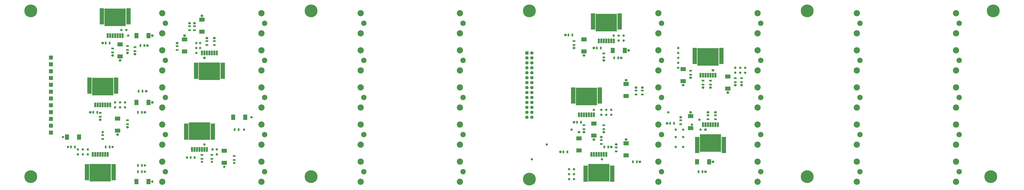
<source format=gbr>
G75*
G70*
%OFA0B0*%
%FSLAX24Y24*%
%IPPOS*%
%LPD*%
%AMOC8*
5,1,8,0,0,1.08239X$1,22.5*
%
%ADD10C,0.1084*%
%ADD11C,0.1261*%
%ADD12R,0.4280X0.3580*%
%ADD13R,0.0430X0.0980*%
%ADD14R,0.1064X0.0828*%
%ADD15R,0.0828X0.1064*%
%ADD16R,0.0580X0.0380*%
%ADD17R,0.0380X0.0580*%
%ADD18R,0.0867X0.3308*%
%ADD19C,0.2580*%
%ADD20R,0.0789X0.0789*%
%ADD21R,0.0670X0.0670*%
%ADD22C,0.0670*%
%ADD23C,0.0535*%
%ADD24C,0.0476*%
D10*
X043238Y004681D03*
X063238Y004681D03*
X083238Y004681D03*
X103238Y004681D03*
X103238Y012181D03*
X083238Y012181D03*
X063238Y012181D03*
X043238Y012181D03*
X043238Y019681D03*
X063238Y019681D03*
X083238Y019681D03*
X103238Y019681D03*
X103238Y027181D03*
X083238Y027181D03*
X063238Y027181D03*
X043238Y027181D03*
X043238Y034681D03*
X063238Y034681D03*
X083238Y034681D03*
X103238Y034681D03*
X143238Y034681D03*
X163238Y034681D03*
X183238Y034681D03*
X203238Y034681D03*
X203238Y027181D03*
X183238Y027181D03*
X163238Y027181D03*
X143238Y027181D03*
X143238Y019681D03*
X163238Y019681D03*
X183238Y019681D03*
X203238Y019681D03*
X203238Y012181D03*
X183238Y012181D03*
X163238Y012181D03*
X143238Y012181D03*
X143238Y004681D03*
X163238Y004681D03*
X183238Y004681D03*
X203238Y004681D03*
D11*
X202609Y002654D03*
X182609Y002654D03*
X162609Y002654D03*
X162609Y006709D03*
X162609Y010154D03*
X182609Y010154D03*
X182609Y006709D03*
X202609Y006709D03*
X202609Y010154D03*
X202609Y014209D03*
X202609Y017654D03*
X182609Y017654D03*
X182609Y014209D03*
X162609Y014209D03*
X162609Y017654D03*
X162609Y021709D03*
X162609Y025154D03*
X182609Y025154D03*
X182609Y021709D03*
X202609Y021709D03*
X202609Y025154D03*
X202609Y029209D03*
X202609Y032654D03*
X182609Y032654D03*
X182609Y029209D03*
X162609Y029209D03*
X162609Y032654D03*
X162609Y036709D03*
X182609Y036709D03*
X202609Y036709D03*
X142609Y036709D03*
X142609Y032654D03*
X142609Y029209D03*
X142609Y025154D03*
X142609Y021709D03*
X142609Y017654D03*
X142609Y014209D03*
X142609Y010154D03*
X142609Y006709D03*
X142609Y002654D03*
X102609Y002654D03*
X102609Y006709D03*
X102609Y010154D03*
X102609Y014209D03*
X102609Y017654D03*
X102609Y021709D03*
X102609Y025154D03*
X102609Y029209D03*
X102609Y032654D03*
X102609Y036709D03*
X082609Y036709D03*
X062609Y036709D03*
X062609Y032654D03*
X062609Y029209D03*
X082609Y029209D03*
X082609Y032654D03*
X082609Y025154D03*
X082609Y021709D03*
X062609Y021709D03*
X062609Y025154D03*
X042609Y025154D03*
X042609Y021709D03*
X042609Y017654D03*
X042609Y014209D03*
X042609Y010154D03*
X042609Y006709D03*
X042609Y002654D03*
X062609Y002654D03*
X082609Y002654D03*
X082609Y006709D03*
X082609Y010154D03*
X062609Y010154D03*
X062609Y006709D03*
X062609Y014209D03*
X062609Y017654D03*
X082609Y017654D03*
X082609Y014209D03*
X042609Y029209D03*
X042609Y032654D03*
X042609Y036709D03*
D12*
X033109Y035881D03*
X052109Y024981D03*
X030609Y021881D03*
X050109Y012881D03*
X030109Y004481D03*
X128109Y019881D03*
X152609Y027881D03*
X132116Y034826D03*
X153109Y010481D03*
X130609Y004481D03*
D13*
X130609Y008181D03*
X131109Y008181D03*
X131609Y008181D03*
X132109Y008181D03*
X130109Y008181D03*
X129609Y008181D03*
X129109Y008181D03*
X151609Y014181D03*
X152109Y014181D03*
X152609Y014181D03*
X153109Y014181D03*
X153609Y014181D03*
X154109Y014181D03*
X154609Y014181D03*
X129609Y016181D03*
X129109Y016181D03*
X128609Y016181D03*
X128109Y016181D03*
X127609Y016181D03*
X127109Y016181D03*
X126609Y016181D03*
X151109Y024181D03*
X151609Y024181D03*
X152109Y024181D03*
X152609Y024181D03*
X153109Y024181D03*
X153609Y024181D03*
X154109Y024181D03*
X133616Y031126D03*
X133116Y031126D03*
X132616Y031126D03*
X132116Y031126D03*
X131616Y031126D03*
X131116Y031126D03*
X130616Y031126D03*
X053609Y028681D03*
X053109Y028681D03*
X052609Y028681D03*
X052109Y028681D03*
X051609Y028681D03*
X051109Y028681D03*
X050609Y028681D03*
X034609Y032181D03*
X034109Y032181D03*
X033609Y032181D03*
X033109Y032181D03*
X032609Y032181D03*
X032109Y032181D03*
X031609Y032181D03*
X031609Y018181D03*
X032109Y018181D03*
X031109Y018181D03*
X030609Y018181D03*
X030109Y018181D03*
X029609Y018181D03*
X029109Y018181D03*
X048609Y009181D03*
X049109Y009181D03*
X049609Y009181D03*
X050109Y009181D03*
X050609Y009181D03*
X051109Y009181D03*
X051609Y009181D03*
X031609Y008181D03*
X031109Y008181D03*
X030609Y008181D03*
X030109Y008181D03*
X029609Y008181D03*
X029109Y008181D03*
X028609Y008181D03*
D14*
X033609Y012961D03*
X033609Y015402D03*
X055109Y008902D03*
X055109Y006461D03*
X126609Y008961D03*
X136109Y007961D03*
X136109Y010402D03*
X129609Y011961D03*
X126609Y011402D03*
X129609Y014402D03*
X149109Y013461D03*
X149109Y015902D03*
X136109Y019961D03*
X136109Y022402D03*
X147609Y022961D03*
X156609Y023902D03*
X147609Y025402D03*
X156609Y021461D03*
X127609Y028961D03*
X127609Y031402D03*
X050609Y032961D03*
X047109Y031402D03*
X047109Y028961D03*
X034109Y027961D03*
X034109Y030402D03*
X050609Y035402D03*
D15*
X039829Y032181D03*
X037388Y032181D03*
X037388Y018681D03*
X039829Y018681D03*
X056888Y015681D03*
X059329Y015681D03*
X025829Y011681D03*
X023388Y011681D03*
X037388Y002681D03*
X039829Y002681D03*
X150388Y006681D03*
X152829Y006681D03*
X135829Y029181D03*
X133388Y029181D03*
D16*
X131609Y028581D03*
X131609Y027781D03*
X125609Y030281D03*
X125609Y031081D03*
X149109Y025081D03*
X149109Y024281D03*
X151609Y023081D03*
X153109Y023081D03*
X153109Y022281D03*
X151609Y022281D03*
X158109Y022781D03*
X159359Y022781D03*
X159359Y023581D03*
X158109Y023581D03*
X139359Y021081D03*
X138109Y021081D03*
X138109Y020281D03*
X139359Y020281D03*
X152609Y016081D03*
X154109Y016081D03*
X154109Y015281D03*
X152609Y015281D03*
X147109Y015081D03*
X147109Y014281D03*
X131609Y014081D03*
X131609Y013281D03*
X127609Y013281D03*
X127609Y014081D03*
X131109Y011081D03*
X131109Y010281D03*
X134109Y009581D03*
X134109Y008781D03*
X057109Y007831D03*
X057109Y007031D03*
X052609Y007281D03*
X050609Y007281D03*
X050609Y008081D03*
X052609Y008081D03*
X030609Y011281D03*
X030609Y012081D03*
X035609Y014281D03*
X035609Y015081D03*
X030109Y015781D03*
X030109Y016581D03*
X032609Y028781D03*
X035609Y029281D03*
X037109Y029031D03*
X037109Y029831D03*
X035609Y030081D03*
X032609Y029581D03*
X045609Y029281D03*
X045609Y030081D03*
X051609Y030281D03*
X053109Y030281D03*
X053109Y031081D03*
X051609Y031081D03*
X049109Y033281D03*
X048109Y033281D03*
X048109Y034081D03*
X049109Y034081D03*
D17*
X032009Y030681D03*
X031209Y030681D03*
X038209Y030181D03*
X039009Y030181D03*
X038634Y020931D03*
X037834Y020931D03*
X037709Y016681D03*
X038509Y016681D03*
X029509Y016681D03*
X028709Y016681D03*
X057209Y013181D03*
X058009Y013181D03*
X032009Y009681D03*
X031209Y009681D03*
X025009Y009681D03*
X024209Y009681D03*
X037709Y005931D03*
X038509Y005931D03*
X038509Y004681D03*
X037709Y004681D03*
X048334Y007556D03*
X049134Y007556D03*
X123459Y008681D03*
X124259Y008681D03*
X131709Y009681D03*
X132509Y009681D03*
X137459Y006681D03*
X138259Y006681D03*
X150709Y004681D03*
X151509Y004681D03*
X145759Y014431D03*
X144959Y014431D03*
X127009Y014681D03*
X126209Y014681D03*
X133709Y027681D03*
X134509Y027681D03*
X131009Y029681D03*
X130209Y029681D03*
X125259Y032306D03*
X124459Y032306D03*
D18*
X129429Y035034D03*
X134803Y035034D03*
X149921Y028089D03*
X155296Y028089D03*
X130796Y020089D03*
X125421Y020089D03*
X150421Y010089D03*
X155796Y010089D03*
X133296Y004274D03*
X127921Y004274D03*
X052796Y012774D03*
X047421Y012774D03*
X032796Y004589D03*
X027421Y004589D03*
X027921Y022089D03*
X033296Y022089D03*
X049421Y025089D03*
X054796Y025089D03*
X035796Y036089D03*
X030421Y036089D03*
D19*
X016109Y003681D03*
X072609Y003681D03*
X116609Y003181D03*
X172609Y003681D03*
X209609Y003681D03*
X210109Y037181D03*
X172609Y037181D03*
X116609Y037181D03*
X072609Y037181D03*
X016109Y037181D03*
D20*
X020187Y027740D03*
X020187Y026363D03*
X020187Y024985D03*
X020187Y023607D03*
X020187Y022229D03*
X020187Y020851D03*
X020187Y019473D03*
X020187Y018095D03*
X020187Y016717D03*
X020187Y015339D03*
X020187Y013961D03*
X020187Y012583D03*
D21*
X116109Y028681D03*
D22*
X117109Y028681D03*
X117109Y027681D03*
X116109Y027681D03*
X116109Y026681D03*
X117109Y026681D03*
X117109Y025681D03*
X116109Y025681D03*
X116109Y024681D03*
X117109Y024681D03*
X117109Y023681D03*
X116109Y023681D03*
X116109Y022681D03*
X117109Y022681D03*
X117109Y021681D03*
X116109Y021681D03*
X116109Y020681D03*
X117109Y020681D03*
X117109Y019681D03*
X116109Y019681D03*
X116109Y018681D03*
X117109Y018681D03*
X117109Y017681D03*
X116109Y017681D03*
X116109Y016681D03*
X117109Y016681D03*
X117109Y015681D03*
X116109Y015681D03*
D23*
X125609Y014681D03*
X126609Y012681D03*
X127609Y012681D03*
X131609Y012681D03*
X131109Y011681D03*
X129609Y011181D03*
X134109Y010181D03*
X133109Y009681D03*
X136109Y011181D03*
X122859Y008681D03*
X138859Y006681D03*
X152109Y004681D03*
X153609Y006681D03*
X152109Y013181D03*
X144359Y014431D03*
X147109Y015681D03*
X149109Y016681D03*
X152609Y016681D03*
X154109Y016681D03*
X156609Y020681D03*
X153109Y021681D03*
X151609Y021681D03*
X147609Y022181D03*
X149109Y023681D03*
X153609Y025181D03*
X158109Y022181D03*
X159359Y022181D03*
X139359Y021681D03*
X138109Y021681D03*
X136109Y023181D03*
X131609Y027181D03*
X135109Y027681D03*
X136609Y029181D03*
X129609Y029681D03*
X125609Y029681D03*
X127609Y028181D03*
X123859Y032306D03*
X053109Y031681D03*
X051609Y031681D03*
X047109Y032181D03*
X045609Y030681D03*
X040609Y032181D03*
X039609Y030181D03*
X035609Y028681D03*
X037109Y028431D03*
X032609Y028181D03*
X034109Y027181D03*
X051109Y027681D03*
X030609Y030681D03*
X048109Y034681D03*
X049109Y034681D03*
X050609Y036181D03*
X039359Y020931D03*
X040609Y018681D03*
X039109Y016681D03*
X030109Y015181D03*
X028109Y016681D03*
X035609Y013681D03*
X033609Y012181D03*
D24*
X030609Y012681D03*
X022609Y011681D03*
X023609Y009681D03*
X025609Y009181D03*
X026609Y009181D03*
X027609Y009181D03*
X027609Y008181D03*
X026609Y008181D03*
X025609Y008181D03*
X032609Y009681D03*
X047609Y007556D03*
X050609Y006681D03*
X052609Y006681D03*
X055109Y005681D03*
X057109Y006431D03*
X053609Y008181D03*
X053609Y009181D03*
X052734Y009181D03*
X051109Y010181D03*
X051609Y011681D03*
X050109Y011681D03*
X048609Y011681D03*
X048609Y012931D03*
X050109Y012931D03*
X051609Y012931D03*
X051609Y014181D03*
X050109Y014181D03*
X048609Y014181D03*
X059109Y013181D03*
X060609Y015681D03*
X035109Y017681D03*
X034109Y017681D03*
X033109Y017681D03*
X033109Y018681D03*
X034109Y018681D03*
X035109Y018681D03*
X032109Y020681D03*
X030609Y020681D03*
X029109Y020681D03*
X029109Y021681D03*
X030609Y021681D03*
X032109Y021681D03*
X032109Y022681D03*
X030609Y022681D03*
X029109Y022681D03*
X050609Y024181D03*
X052109Y024181D03*
X053609Y024181D03*
X053609Y025181D03*
X052109Y025181D03*
X050609Y025181D03*
X050609Y026181D03*
X052109Y026181D03*
X053609Y026181D03*
X049484Y028681D03*
X049484Y029681D03*
X050234Y029681D03*
X050234Y030681D03*
X049484Y030681D03*
X035734Y032181D03*
X035359Y033306D03*
X034359Y033306D03*
X034609Y035181D03*
X033109Y035181D03*
X031609Y035181D03*
X031609Y036181D03*
X033109Y036181D03*
X034609Y036181D03*
X034609Y037181D03*
X033109Y037181D03*
X031609Y037181D03*
X126609Y021181D03*
X128109Y021181D03*
X129609Y021181D03*
X129609Y019931D03*
X128109Y019931D03*
X126609Y019931D03*
X126609Y018681D03*
X128109Y018681D03*
X129609Y018681D03*
X129609Y017181D03*
X131109Y017181D03*
X132109Y017181D03*
X133109Y017181D03*
X133109Y016181D03*
X132109Y016181D03*
X131109Y016181D03*
X144609Y016681D03*
X150859Y015181D03*
X149359Y014181D03*
X151109Y013181D03*
X147609Y013181D03*
X146109Y013181D03*
X146109Y011681D03*
X147609Y011681D03*
X151609Y011681D03*
X153109Y011681D03*
X154609Y011681D03*
X154609Y010681D03*
X153109Y010681D03*
X151609Y010681D03*
X147609Y009681D03*
X146109Y009681D03*
X151609Y009181D03*
X153109Y009181D03*
X154609Y009181D03*
X132109Y005681D03*
X130609Y005681D03*
X129109Y005681D03*
X125609Y005181D03*
X124609Y005181D03*
X124609Y004181D03*
X125609Y004181D03*
X129109Y004431D03*
X130609Y004431D03*
X132109Y004431D03*
X132109Y003181D03*
X130609Y003181D03*
X129109Y003181D03*
X125609Y003181D03*
X124609Y003181D03*
X131234Y007181D03*
X117109Y007181D03*
X120109Y010181D03*
X125109Y013181D03*
X158109Y024681D03*
X159109Y024681D03*
X160109Y024681D03*
X160109Y025681D03*
X159109Y025681D03*
X158109Y025681D03*
X146609Y025681D03*
X146609Y026681D03*
X146609Y027681D03*
X146609Y028681D03*
X146609Y029681D03*
X135609Y031181D03*
X134609Y031181D03*
X134609Y032181D03*
X135609Y032181D03*
X133609Y032181D03*
X133609Y033681D03*
X132109Y033681D03*
X130609Y033681D03*
X130609Y034681D03*
X132109Y034681D03*
X133609Y034681D03*
X133609Y035681D03*
X132109Y035681D03*
X130609Y035681D03*
X039109Y005931D03*
X039109Y004681D03*
X031609Y004431D03*
X030109Y004431D03*
X028609Y004431D03*
X028609Y003181D03*
X030109Y003181D03*
X031609Y003181D03*
X040609Y002681D03*
X031609Y005681D03*
X030109Y005681D03*
X028609Y005681D03*
M02*

</source>
